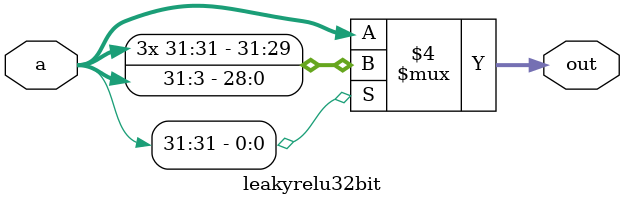
<source format=v>
`timescale 1ns / 1ps
module leakyrelu32bit(
    input signed [31:0] a,
    output reg signed [31:0] out
    );
    always @(a)
    begin
        if(a[31])
           out = a>>>3;
        else
           out = a;
    end
endmodule
</source>
